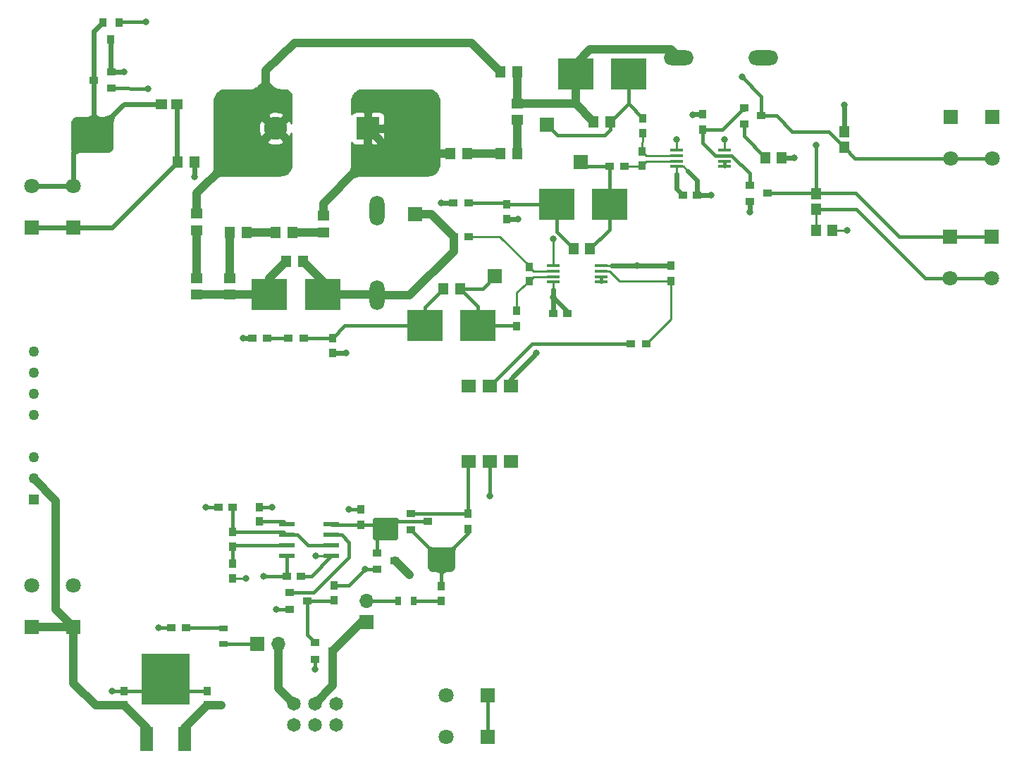
<source format=gtl>
G04 #@! TF.GenerationSoftware,KiCad,Pcbnew,(5.1.10)-1*
G04 #@! TF.CreationDate,2022-04-05T17:30:23-07:00*
G04 #@! TF.ProjectId,RacingTeam,52616369-6e67-4546-9561-6d2e6b696361,rev?*
G04 #@! TF.SameCoordinates,Original*
G04 #@! TF.FileFunction,Copper,L1,Top*
G04 #@! TF.FilePolarity,Positive*
%FSLAX46Y46*%
G04 Gerber Fmt 4.6, Leading zero omitted, Abs format (unit mm)*
G04 Created by KiCad (PCBNEW (5.1.10)-1) date 2022-04-05 17:30:23*
%MOMM*%
%LPD*%
G01*
G04 APERTURE LIST*
G04 #@! TA.AperFunction,SMDPad,CuDef*
%ADD10R,0.950000X1.075000*%
G04 #@! TD*
G04 #@! TA.AperFunction,SMDPad,CuDef*
%ADD11R,1.000000X0.850000*%
G04 #@! TD*
G04 #@! TA.AperFunction,SMDPad,CuDef*
%ADD12R,5.800000X6.200000*%
G04 #@! TD*
G04 #@! TA.AperFunction,SMDPad,CuDef*
%ADD13R,1.600000X3.000000*%
G04 #@! TD*
G04 #@! TA.AperFunction,SMDPad,CuDef*
%ADD14R,0.950000X0.975000*%
G04 #@! TD*
G04 #@! TA.AperFunction,SMDPad,CuDef*
%ADD15R,0.800000X1.100000*%
G04 #@! TD*
G04 #@! TA.AperFunction,ComponentPad*
%ADD16O,1.700000X1.700000*%
G04 #@! TD*
G04 #@! TA.AperFunction,ComponentPad*
%ADD17R,1.700000X1.700000*%
G04 #@! TD*
G04 #@! TA.AperFunction,SMDPad,CuDef*
%ADD18R,1.100000X0.800000*%
G04 #@! TD*
G04 #@! TA.AperFunction,SMDPad,CuDef*
%ADD19R,0.975000X0.950000*%
G04 #@! TD*
G04 #@! TA.AperFunction,SMDPad,CuDef*
%ADD20R,1.780000X1.520000*%
G04 #@! TD*
G04 #@! TA.AperFunction,SMDPad,CuDef*
%ADD21R,1.570000X0.410000*%
G04 #@! TD*
G04 #@! TA.AperFunction,SMDPad,CuDef*
%ADD22R,1.200000X1.400000*%
G04 #@! TD*
G04 #@! TA.AperFunction,SMDPad,CuDef*
%ADD23R,1.075000X0.950000*%
G04 #@! TD*
G04 #@! TA.AperFunction,SMDPad,CuDef*
%ADD24R,1.970000X0.600000*%
G04 #@! TD*
G04 #@! TA.AperFunction,SMDPad,CuDef*
%ADD25R,4.240000X3.810000*%
G04 #@! TD*
G04 #@! TA.AperFunction,ComponentPad*
%ADD26R,1.800000X1.800000*%
G04 #@! TD*
G04 #@! TA.AperFunction,ComponentPad*
%ADD27C,1.800000*%
G04 #@! TD*
G04 #@! TA.AperFunction,SMDPad,CuDef*
%ADD28R,1.300000X1.325000*%
G04 #@! TD*
G04 #@! TA.AperFunction,ComponentPad*
%ADD29O,3.581400X1.790700*%
G04 #@! TD*
G04 #@! TA.AperFunction,SMDPad,CuDef*
%ADD30R,1.400000X1.200000*%
G04 #@! TD*
G04 #@! TA.AperFunction,ComponentPad*
%ADD31O,1.790700X3.581400*%
G04 #@! TD*
G04 #@! TA.AperFunction,ComponentPad*
%ADD32C,2.781300*%
G04 #@! TD*
G04 #@! TA.AperFunction,ComponentPad*
%ADD33R,2.781300X2.781300*%
G04 #@! TD*
G04 #@! TA.AperFunction,SMDPad,CuDef*
%ADD34R,1.325000X1.300000*%
G04 #@! TD*
G04 #@! TA.AperFunction,SMDPad,CuDef*
%ADD35R,0.850000X1.000000*%
G04 #@! TD*
G04 #@! TA.AperFunction,ComponentPad*
%ADD36C,1.650000*%
G04 #@! TD*
G04 #@! TA.AperFunction,ComponentPad*
%ADD37C,1.258000*%
G04 #@! TD*
G04 #@! TA.AperFunction,ComponentPad*
%ADD38R,1.258000X1.258000*%
G04 #@! TD*
G04 #@! TA.AperFunction,ViaPad*
%ADD39C,0.800000*%
G04 #@! TD*
G04 #@! TA.AperFunction,Conductor*
%ADD40C,0.250000*%
G04 #@! TD*
G04 #@! TA.AperFunction,Conductor*
%ADD41C,0.400000*%
G04 #@! TD*
G04 #@! TA.AperFunction,Conductor*
%ADD42C,0.600000*%
G04 #@! TD*
G04 #@! TA.AperFunction,Conductor*
%ADD43C,1.000000*%
G04 #@! TD*
G04 #@! TA.AperFunction,Conductor*
%ADD44C,0.254000*%
G04 #@! TD*
G04 #@! TA.AperFunction,Conductor*
%ADD45C,0.100000*%
G04 #@! TD*
G04 #@! TA.AperFunction,Conductor*
%ADD46C,0.500000*%
G04 #@! TD*
G04 APERTURE END LIST*
D10*
G04 #@! TO.P,C10,1*
G04 #@! TO.N,GLV+*
X134250000Y-115862500D03*
G04 #@! TO.P,C10,2*
G04 #@! TO.N,GLV-*
X134250000Y-114137500D03*
G04 #@! TD*
D11*
G04 #@! TO.P,Q4,2*
G04 #@! TO.N,+12V*
X122750000Y-39720000D03*
G04 #@! TO.P,Q4,1*
G04 #@! TO.N,/AIRON*
X122750000Y-41680000D03*
G04 #@! TO.P,Q4,3*
G04 #@! TO.N,/DischargeIn*
X120650000Y-40700000D03*
G04 #@! TD*
D12*
G04 #@! TO.P,U4,4*
G04 #@! TO.N,GLV-*
X129300000Y-112700000D03*
D13*
G04 #@! TO.P,U4,3*
G04 #@! TO.N,GLV+*
X131590000Y-119910000D03*
G04 #@! TO.P,U4,1*
G04 #@! TO.N,+BATT*
X127010000Y-119910000D03*
G04 #@! TD*
D14*
G04 #@! TO.P,R32,1*
G04 #@! TO.N,/OBLEDResistorRed*
X162400000Y-103300000D03*
G04 #@! TO.P,R32,2*
G04 #@! TO.N,GLV-*
X162400000Y-101475000D03*
G04 #@! TD*
D15*
G04 #@! TO.P,D8,1*
G04 #@! TO.N,/OBLEDResistorRed*
X159100000Y-103300000D03*
G04 #@! TO.P,D8,2*
G04 #@! TO.N,/OBLEDRed*
X157200000Y-103300000D03*
G04 #@! TD*
D16*
G04 #@! TO.P,JP2,2*
G04 #@! TO.N,/OBLEDRed*
X153400000Y-103300000D03*
D17*
G04 #@! TO.P,JP2,1*
G04 #@! TO.N,/RED+*
X153400000Y-105840000D03*
G04 #@! TD*
D14*
G04 #@! TO.P,R26,1*
G04 #@! TO.N,/InvertBus*
X165600000Y-92800000D03*
G04 #@! TO.P,R26,2*
G04 #@! TO.N,GLV-*
X165600000Y-94625000D03*
G04 #@! TD*
D11*
G04 #@! TO.P,Q5,3*
G04 #@! TO.N,/555Reset*
X160800000Y-93750000D03*
G04 #@! TO.P,Q5,1*
G04 #@! TO.N,/InvertBus*
X158700000Y-92770000D03*
G04 #@! TO.P,Q5,2*
G04 #@! TO.N,GLV-*
X158700000Y-94730000D03*
G04 #@! TD*
D14*
G04 #@! TO.P,R27,2*
G04 #@! TO.N,/555Reset*
X152700000Y-94112500D03*
G04 #@! TO.P,R27,1*
G04 #@! TO.N,GLV+*
X152700000Y-92287500D03*
G04 #@! TD*
D11*
G04 #@! TO.P,Q8,2*
G04 #@! TO.N,GLV+*
X147250000Y-110280000D03*
G04 #@! TO.P,Q8,1*
G04 #@! TO.N,/555DriveRED*
X147250000Y-108320000D03*
G04 #@! TO.P,Q8,3*
G04 #@! TO.N,/RED+*
X149350000Y-109300000D03*
G04 #@! TD*
G04 #@! TO.P,Q7,2*
G04 #@! TO.N,GLV-*
X144150000Y-104280000D03*
G04 #@! TO.P,Q7,1*
G04 #@! TO.N,/555Output*
X144150000Y-102320000D03*
G04 #@! TO.P,Q7,3*
G04 #@! TO.N,/555DriveRED*
X146250000Y-103300000D03*
G04 #@! TD*
D14*
G04 #@! TO.P,R31,2*
G04 #@! TO.N,/555DriveRED*
X149500000Y-103250000D03*
G04 #@! TO.P,R31,1*
G04 #@! TO.N,GLV+*
X149500000Y-101425000D03*
G04 #@! TD*
D10*
G04 #@! TO.P,C9,2*
G04 #@! TO.N,GLV-*
X124300000Y-114137500D03*
G04 #@! TO.P,C9,1*
G04 #@! TO.N,+BATT*
X124300000Y-115862500D03*
G04 #@! TD*
D17*
G04 #@! TO.P,JP1,1*
G04 #@! TO.N,/OBLEDGreen*
X140250000Y-108500000D03*
D16*
G04 #@! TO.P,JP1,2*
G04 #@! TO.N,/Green+*
X142790000Y-108500000D03*
G04 #@! TD*
D18*
G04 #@! TO.P,D6,2*
G04 #@! TO.N,/OBLEDGreen*
X136250000Y-108500000D03*
G04 #@! TO.P,D6,1*
G04 #@! TO.N,/OBLEDResistorGreen*
X136250000Y-106600000D03*
G04 #@! TD*
D19*
G04 #@! TO.P,R28,1*
G04 #@! TO.N,/OBLEDResistorGreen*
X131750000Y-106500000D03*
G04 #@! TO.P,R28,2*
G04 #@! TO.N,GLV-*
X129925000Y-106500000D03*
G04 #@! TD*
D11*
G04 #@! TO.P,Q6,3*
G04 #@! TO.N,/Green+*
X156800000Y-98500000D03*
G04 #@! TO.P,Q6,1*
G04 #@! TO.N,/555Reset*
X154700000Y-97520000D03*
G04 #@! TO.P,Q6,2*
G04 #@! TO.N,GLV+*
X154700000Y-99480000D03*
G04 #@! TD*
D20*
G04 #@! TO.P,U3,3*
G04 #@! TO.N,N/C*
X165660000Y-77495000D03*
G04 #@! TO.P,U3,1*
G04 #@! TO.N,+12V*
X170740000Y-77495000D03*
G04 #@! TO.P,U3,2*
G04 #@! TO.N,Net-(R24-Pad2)*
X168200000Y-77495000D03*
G04 #@! TO.P,U3,4*
G04 #@! TO.N,/InvertBus*
X165660000Y-86505000D03*
G04 #@! TO.P,U3,6*
G04 #@! TO.N,Net-(U3-Pad6)*
X170740000Y-86505000D03*
G04 #@! TO.P,U3,5*
G04 #@! TO.N,GLV+*
X168200000Y-86505000D03*
G04 #@! TD*
D10*
G04 #@! TO.P,C3,1*
G04 #@! TO.N,/TSAL_LM311V+*
X172950000Y-63125000D03*
G04 #@! TO.P,C3,2*
G04 #@! TO.N,/TSAL_LM311V-*
X172950000Y-64850000D03*
G04 #@! TD*
D21*
G04 #@! TO.P,U2,1*
G04 #@! TO.N,GND*
X175830000Y-63025000D03*
G04 #@! TO.P,U2,2*
G04 #@! TO.N,/TSAL_LM311V+*
X175830000Y-63675000D03*
G04 #@! TO.P,U2,3*
G04 #@! TO.N,/TSAL_LM311V-*
X175830000Y-64325000D03*
G04 #@! TO.P,U2,4*
G04 #@! TO.N,GND*
X175830000Y-64975000D03*
G04 #@! TO.P,U2,5*
G04 #@! TO.N,Net-(U2-Pad5)*
X181570000Y-64975000D03*
G04 #@! TO.P,U2,6*
X181570000Y-64325000D03*
G04 #@! TO.P,U2,7*
G04 #@! TO.N,/TSALCompOut*
X181570000Y-63675000D03*
G04 #@! TO.P,U2,8*
G04 #@! TO.N,+12V*
X181570000Y-63025000D03*
G04 #@! TD*
D22*
G04 #@! TO.P,R36,2*
G04 #@! TO.N,/PrechargeTP-*
X180250000Y-61000000D03*
G04 #@! TO.P,R36,1*
G04 #@! TO.N,/PrechargeRef2*
X178250000Y-61000000D03*
G04 #@! TD*
D14*
G04 #@! TO.P,R5,2*
G04 #@! TO.N,GND*
X170250000Y-57412500D03*
G04 #@! TO.P,R5,1*
G04 #@! TO.N,/PrechargeRef2*
X170250000Y-55587500D03*
G04 #@! TD*
D23*
G04 #@! TO.P,C8,1*
G04 #@! TO.N,/555Trigger*
X137300000Y-92000000D03*
G04 #@! TO.P,C8,2*
G04 #@! TO.N,GLV-*
X135575000Y-92000000D03*
G04 #@! TD*
D24*
G04 #@! TO.P,U6,8*
G04 #@! TO.N,GLV+*
X143800000Y-97905000D03*
G04 #@! TO.P,U6,7*
G04 #@! TO.N,/555Discharge*
X143800000Y-96635000D03*
G04 #@! TO.P,U6,6*
G04 #@! TO.N,/555Trigger*
X143800000Y-95365000D03*
G04 #@! TO.P,U6,5*
G04 #@! TO.N,Net-(C6-Pad1)*
X143800000Y-94095000D03*
G04 #@! TO.P,U6,4*
G04 #@! TO.N,/555Reset*
X149200000Y-94095000D03*
G04 #@! TO.P,U6,3*
G04 #@! TO.N,/555Output*
X149200000Y-95365000D03*
G04 #@! TO.P,U6,2*
G04 #@! TO.N,/555Trigger*
X149200000Y-96635000D03*
G04 #@! TO.P,U6,1*
G04 #@! TO.N,GLV-*
X149200000Y-97905000D03*
G04 #@! TD*
D23*
G04 #@! TO.P,C5,1*
G04 #@! TO.N,GLV+*
X143837500Y-100300000D03*
G04 #@! TO.P,C5,2*
G04 #@! TO.N,GLV-*
X145562500Y-100300000D03*
G04 #@! TD*
D10*
G04 #@! TO.P,C6,2*
G04 #@! TO.N,GLV-*
X140500000Y-92000000D03*
G04 #@! TO.P,C6,1*
G04 #@! TO.N,Net-(C6-Pad1)*
X140500000Y-93725000D03*
G04 #@! TD*
D14*
G04 #@! TO.P,R30,1*
G04 #@! TO.N,/555Discharge*
X137300000Y-96800000D03*
G04 #@! TO.P,R30,2*
G04 #@! TO.N,/555Trigger*
X137300000Y-94975000D03*
G04 #@! TD*
G04 #@! TO.P,R29,1*
G04 #@! TO.N,GLV+*
X137300000Y-100600000D03*
G04 #@! TO.P,R29,2*
G04 #@! TO.N,/555Discharge*
X137300000Y-98775000D03*
G04 #@! TD*
D19*
G04 #@! TO.P,R4,2*
G04 #@! TO.N,/PrechargeRef2*
X165662500Y-55500000D03*
G04 #@! TO.P,R4,1*
G04 #@! TO.N,+12V*
X163837500Y-55500000D03*
G04 #@! TD*
G04 #@! TO.P,R18,1*
G04 #@! TO.N,/TSAL_LM311V+*
X165700000Y-59500000D03*
G04 #@! TO.P,R18,2*
G04 #@! TO.N,/BusRefTSAL*
X163875000Y-59500000D03*
G04 #@! TD*
D22*
G04 #@! TO.P,R34,1*
G04 #@! TO.N,/TSALRef*
X164650000Y-65750000D03*
G04 #@! TO.P,R34,2*
G04 #@! TO.N,/TSALREFOut*
X162650000Y-65750000D03*
G04 #@! TD*
D17*
G04 #@! TO.P,J4,1*
G04 #@! TO.N,/TSALRef*
X168800000Y-64300000D03*
G04 #@! TD*
D25*
G04 #@! TO.P,F2,2*
G04 #@! TO.N,/TSALREFOut*
X160420000Y-70200000D03*
G04 #@! TO.P,F2,1*
G04 #@! TO.N,/TSALRef*
X166800000Y-70200000D03*
G04 #@! TD*
D14*
G04 #@! TO.P,R19,1*
G04 #@! TO.N,/TSAL_LM311V-*
X171450000Y-68425000D03*
G04 #@! TO.P,R19,2*
G04 #@! TO.N,/TSALRef*
X171450000Y-70250000D03*
G04 #@! TD*
D23*
G04 #@! TO.P,C4,2*
G04 #@! TO.N,GND*
X177562500Y-68750000D03*
G04 #@! TO.P,C4,1*
X175837500Y-68750000D03*
G04 #@! TD*
D19*
G04 #@! TO.P,R24,2*
G04 #@! TO.N,Net-(R24-Pad2)*
X185187500Y-72400000D03*
G04 #@! TO.P,R24,1*
G04 #@! TO.N,/TSALCompOut*
X187012500Y-72400000D03*
G04 #@! TD*
D14*
G04 #@! TO.P,R22,1*
G04 #@! TO.N,/TSALCompOut*
X190000000Y-64850000D03*
G04 #@! TO.P,R22,2*
G04 #@! TO.N,+12V*
X190000000Y-63025000D03*
G04 #@! TD*
D26*
G04 #@! TO.P,J6,1*
G04 #@! TO.N,/PreChargeON*
X228500000Y-59500000D03*
D27*
G04 #@! TO.P,J6,2*
G04 #@! TO.N,/PrechargeRelayOut*
X228500000Y-64500000D03*
D26*
G04 #@! TO.P,J6,1*
G04 #@! TO.N,/PreChargeON*
X223500000Y-59500000D03*
D27*
G04 #@! TO.P,J6,2*
G04 #@! TO.N,/PrechargeRelayOut*
X223500000Y-64500000D03*
G04 #@! TD*
G04 #@! TO.P,J7,2*
G04 #@! TO.N,/AIRON*
X223600000Y-50100000D03*
D26*
G04 #@! TO.P,J7,1*
G04 #@! TO.N,+12V*
X223600000Y-45100000D03*
D27*
G04 #@! TO.P,J7,2*
G04 #@! TO.N,/AIRON*
X228600000Y-50100000D03*
D26*
G04 #@! TO.P,J7,1*
G04 #@! TO.N,+12V*
X228600000Y-45100000D03*
G04 #@! TD*
D11*
G04 #@! TO.P,Q1,3*
G04 #@! TO.N,/PreChargeON*
X201550000Y-54300000D03*
G04 #@! TO.P,Q1,1*
G04 #@! TO.N,/PrechargeCompOUT*
X199450000Y-53320000D03*
G04 #@! TO.P,Q1,2*
G04 #@! TO.N,+12V*
X199450000Y-55280000D03*
G04 #@! TD*
D22*
G04 #@! TO.P,R21,1*
G04 #@! TO.N,GND*
X209400000Y-58800000D03*
G04 #@! TO.P,R21,2*
G04 #@! TO.N,/PrechargeRelayOut*
X207400000Y-58800000D03*
G04 #@! TD*
D28*
G04 #@! TO.P,D3,2*
G04 #@! TO.N,/PrechargeRelayOut*
X207400000Y-56250000D03*
G04 #@! TO.P,D3,1*
G04 #@! TO.N,/PreChargeON*
X207400000Y-54325000D03*
G04 #@! TD*
D22*
G04 #@! TO.P,R23,2*
G04 #@! TO.N,Net-(Q2-Pad2)*
X201300000Y-50000000D03*
G04 #@! TO.P,R23,1*
G04 #@! TO.N,GND*
X203300000Y-50000000D03*
G04 #@! TD*
D28*
G04 #@! TO.P,D4,1*
G04 #@! TO.N,+12V*
X210800000Y-46875000D03*
G04 #@! TO.P,D4,2*
G04 #@! TO.N,/AIRON*
X210800000Y-48800000D03*
G04 #@! TD*
D11*
G04 #@! TO.P,Q2,3*
G04 #@! TO.N,/AIRON*
X200850000Y-45000000D03*
G04 #@! TO.P,Q2,1*
G04 #@! TO.N,/PrechargeCompOUT*
X198750000Y-44020000D03*
G04 #@! TO.P,Q2,2*
G04 #@! TO.N,Net-(Q2-Pad2)*
X198750000Y-45980000D03*
G04 #@! TD*
D25*
G04 #@! TO.P,F5,1*
G04 #@! TO.N,/PrechargeRef2*
X176220000Y-55600000D03*
G04 #@! TO.P,F5,2*
G04 #@! TO.N,/PrechargeTP-*
X182600000Y-55600000D03*
G04 #@! TD*
D23*
G04 #@! TO.P,C2,1*
G04 #@! TO.N,GND*
X191387500Y-54500000D03*
G04 #@! TO.P,C2,2*
X193112500Y-54500000D03*
G04 #@! TD*
D14*
G04 #@! TO.P,R20,2*
G04 #@! TO.N,+12V*
X193800000Y-44825000D03*
G04 #@! TO.P,R20,1*
G04 #@! TO.N,/PrechargeCompOUT*
X193800000Y-46650000D03*
G04 #@! TD*
D21*
G04 #@! TO.P,U1,8*
G04 #@! TO.N,+12V*
X196370000Y-49125000D03*
G04 #@! TO.P,U1,7*
G04 #@! TO.N,/PrechargeCompOUT*
X196370000Y-49775000D03*
G04 #@! TO.P,U1,6*
G04 #@! TO.N,Net-(U1-Pad5)*
X196370000Y-50425000D03*
G04 #@! TO.P,U1,5*
X196370000Y-51075000D03*
G04 #@! TO.P,U1,4*
G04 #@! TO.N,GND*
X190630000Y-51075000D03*
G04 #@! TO.P,U1,3*
G04 #@! TO.N,/PrechargeV-*
X190630000Y-50425000D03*
G04 #@! TO.P,U1,2*
G04 #@! TO.N,/PreChargeV+*
X190630000Y-49775000D03*
G04 #@! TO.P,U1,1*
G04 #@! TO.N,GND*
X190630000Y-49125000D03*
G04 #@! TD*
D14*
G04 #@! TO.P,R16,2*
G04 #@! TO.N,/PrechargeTP+*
X186550000Y-45287500D03*
G04 #@! TO.P,R16,1*
G04 #@! TO.N,/PreChargeV+*
X186550000Y-47112500D03*
G04 #@! TD*
D10*
G04 #@! TO.P,C1,2*
G04 #@! TO.N,/PrechargeV-*
X186500000Y-51000000D03*
G04 #@! TO.P,C1,1*
G04 #@! TO.N,/PreChargeV+*
X186500000Y-49275000D03*
G04 #@! TD*
D19*
G04 #@! TO.P,R17,2*
G04 #@! TO.N,/PrechargeTP-*
X182575000Y-51050000D03*
G04 #@! TO.P,R17,1*
G04 #@! TO.N,/PrechargeV-*
X184400000Y-51050000D03*
G04 #@! TD*
D17*
G04 #@! TO.P,J2,1*
G04 #@! TO.N,/PrechargeTP-*
X179120000Y-50580000D03*
G04 #@! TD*
G04 #@! TO.P,J3,1*
G04 #@! TO.N,/PrechargeTP+*
X175100000Y-46100000D03*
G04 #@! TD*
D29*
G04 #@! TO.P,D1,2*
G04 #@! TO.N,GND*
X201080000Y-38000000D03*
G04 #@! TO.P,D1,1*
G04 #@! TO.N,/PrechargeBus*
X190920000Y-38000000D03*
G04 #@! TD*
D25*
G04 #@! TO.P,F6,2*
G04 #@! TO.N,/PrechargeTP+*
X184880000Y-40000000D03*
G04 #@! TO.P,F6,1*
G04 #@! TO.N,/PrechargeBus*
X178500000Y-40000000D03*
G04 #@! TD*
D22*
G04 #@! TO.P,R11,2*
G04 #@! TO.N,/BusReturn*
X169500000Y-39750000D03*
G04 #@! TO.P,R11,1*
G04 #@! TO.N,/PrechargeBus*
X171500000Y-39750000D03*
G04 #@! TD*
G04 #@! TO.P,R35,1*
G04 #@! TO.N,/PrechargeTP+*
X182700000Y-45700000D03*
G04 #@! TO.P,R35,2*
G04 #@! TO.N,/PrechargeBus*
X180700000Y-45700000D03*
G04 #@! TD*
D30*
G04 #@! TO.P,R10,1*
G04 #@! TO.N,Net-(R10-Pad1)*
X171500000Y-45500000D03*
G04 #@! TO.P,R10,2*
G04 #@! TO.N,/PrechargeBus*
X171500000Y-43500000D03*
G04 #@! TD*
D22*
G04 #@! TO.P,R9,2*
G04 #@! TO.N,Net-(R10-Pad1)*
X171500000Y-49500000D03*
G04 #@! TO.P,R9,1*
G04 #@! TO.N,Net-(R8-Pad2)*
X169500000Y-49500000D03*
G04 #@! TD*
G04 #@! TO.P,R8,2*
G04 #@! TO.N,Net-(R8-Pad2)*
X165500000Y-49500000D03*
G04 #@! TO.P,R8,1*
G04 #@! TO.N,/BusLine*
X163500000Y-49500000D03*
G04 #@! TD*
D31*
G04 #@! TO.P,D2,1*
G04 #@! TO.N,/BusRefTSAL*
X154700000Y-66560000D03*
G04 #@! TO.P,D2,2*
G04 #@! TO.N,GND*
X154700000Y-56400000D03*
G04 #@! TD*
D17*
G04 #@! TO.P,J5,1*
G04 #@! TO.N,/BusRefTSAL*
X159200000Y-56800000D03*
G04 #@! TD*
D30*
G04 #@! TO.P,R6,2*
G04 #@! TO.N,/BusLine*
X148250000Y-57000000D03*
G04 #@! TO.P,R6,1*
G04 #@! TO.N,Net-(R12-Pad2)*
X148250000Y-59000000D03*
G04 #@! TD*
D22*
G04 #@! TO.P,R12,1*
G04 #@! TO.N,Net-(R12-Pad1)*
X142500000Y-59000000D03*
G04 #@! TO.P,R12,2*
G04 #@! TO.N,Net-(R12-Pad2)*
X144500000Y-59000000D03*
G04 #@! TD*
G04 #@! TO.P,R33,1*
G04 #@! TO.N,/BusRefTSAL*
X145750000Y-62500000D03*
G04 #@! TO.P,R33,2*
G04 #@! TO.N,/BusOutTSAL*
X143750000Y-62500000D03*
G04 #@! TD*
D14*
G04 #@! TO.P,R3,1*
G04 #@! TO.N,GND*
X149300000Y-73500000D03*
G04 #@! TO.P,R3,2*
G04 #@! TO.N,/TSALREFOut*
X149300000Y-71675000D03*
G04 #@! TD*
D19*
G04 #@! TO.P,R2,1*
G04 #@! TO.N,/TSALREFOut*
X145825000Y-71700000D03*
G04 #@! TO.P,R2,2*
G04 #@! TO.N,Net-(R1-Pad1)*
X144000000Y-71700000D03*
G04 #@! TD*
G04 #@! TO.P,R1,2*
G04 #@! TO.N,+12V*
X139675000Y-71700000D03*
G04 #@! TO.P,R1,1*
G04 #@! TO.N,Net-(R1-Pad1)*
X141500000Y-71700000D03*
G04 #@! TD*
D25*
G04 #@! TO.P,F1,1*
G04 #@! TO.N,/BusRefTSAL*
X148130000Y-66500000D03*
G04 #@! TO.P,F1,2*
G04 #@! TO.N,/BusOutTSAL*
X141750000Y-66500000D03*
G04 #@! TD*
D30*
G04 #@! TO.P,R14,1*
G04 #@! TO.N,Net-(R13-Pad2)*
X137000000Y-64500000D03*
G04 #@! TO.P,R14,2*
G04 #@! TO.N,/BusOutTSAL*
X137000000Y-66500000D03*
G04 #@! TD*
G04 #@! TO.P,R15,1*
G04 #@! TO.N,/BusOutTSAL*
X133000000Y-66500000D03*
G04 #@! TO.P,R15,2*
G04 #@! TO.N,Net-(R15-Pad2)*
X133000000Y-64500000D03*
G04 #@! TD*
D22*
G04 #@! TO.P,R13,2*
G04 #@! TO.N,Net-(R13-Pad2)*
X137000000Y-59000000D03*
G04 #@! TO.P,R13,1*
G04 #@! TO.N,Net-(R12-Pad1)*
X139000000Y-59000000D03*
G04 #@! TD*
D30*
G04 #@! TO.P,R7,1*
G04 #@! TO.N,Net-(R15-Pad2)*
X133000000Y-58750000D03*
G04 #@! TO.P,R7,2*
G04 #@! TO.N,/BusReturn*
X133000000Y-56750000D03*
G04 #@! TD*
D32*
G04 #@! TO.P,J1,2*
G04 #@! TO.N,/BusReturn*
X142437400Y-46500000D03*
D33*
G04 #@! TO.P,J1,1*
G04 #@! TO.N,/BusLine*
X153562600Y-46500000D03*
G04 #@! TD*
D34*
G04 #@! TO.P,D5,1*
G04 #@! TO.N,/DischargeIn*
X128737500Y-43600000D03*
G04 #@! TO.P,D5,2*
G04 #@! TO.N,/DischargeOut*
X130662500Y-43600000D03*
G04 #@! TD*
D22*
G04 #@! TO.P,R25,2*
G04 #@! TO.N,/DischargeOut*
X130700000Y-50550000D03*
G04 #@! TO.P,R25,1*
G04 #@! TO.N,GND*
X132700000Y-50550000D03*
G04 #@! TD*
D35*
G04 #@! TO.P,Q3,2*
G04 #@! TO.N,/DischargeIn*
X121720000Y-33750000D03*
G04 #@! TO.P,Q3,1*
G04 #@! TO.N,/PreChargeON*
X123680000Y-33750000D03*
G04 #@! TO.P,Q3,3*
G04 #@! TO.N,+12V*
X122700000Y-35850000D03*
G04 #@! TD*
D27*
G04 #@! TO.P,J8,2*
G04 #@! TO.N,/DischargeIn*
X118200000Y-53400000D03*
D26*
G04 #@! TO.P,J8,1*
G04 #@! TO.N,/DischargeOut*
X118200000Y-58400000D03*
D27*
G04 #@! TO.P,J8,2*
G04 #@! TO.N,/DischargeIn*
X113200000Y-53400000D03*
D26*
G04 #@! TO.P,J8,1*
G04 #@! TO.N,/DischargeOut*
X113200000Y-58400000D03*
G04 #@! TD*
D27*
G04 #@! TO.P,J11,2*
G04 #@! TO.N,GLV-*
X163000000Y-114600000D03*
D26*
G04 #@! TO.P,J11,1*
G04 #@! TO.N,/Shutdown*
X168000000Y-114600000D03*
D27*
G04 #@! TO.P,J11,2*
G04 #@! TO.N,GLV-*
X163000000Y-119600000D03*
D26*
G04 #@! TO.P,J11,1*
G04 #@! TO.N,/Shutdown*
X168000000Y-119600000D03*
G04 #@! TD*
D36*
G04 #@! TO.P,J9,5*
G04 #@! TO.N,GLV-*
X149740000Y-118170000D03*
G04 #@! TO.P,J9,6*
X149740000Y-115630000D03*
G04 #@! TO.P,J9,3*
X147200000Y-118170000D03*
G04 #@! TO.P,J9,4*
G04 #@! TO.N,/RED+*
X147200000Y-115630000D03*
G04 #@! TO.P,J9,1*
G04 #@! TO.N,GLV+*
X144660000Y-118170000D03*
G04 #@! TO.P,J9,2*
G04 #@! TO.N,/Green+*
X144660000Y-115630000D03*
G04 #@! TD*
D26*
G04 #@! TO.P,J10,1*
G04 #@! TO.N,+BATT*
X113200000Y-106400000D03*
D27*
G04 #@! TO.P,J10,2*
G04 #@! TO.N,GLV-*
X113200000Y-101400000D03*
D26*
G04 #@! TO.P,J10,1*
G04 #@! TO.N,+BATT*
X118200000Y-106400000D03*
D27*
G04 #@! TO.P,J10,2*
G04 #@! TO.N,GLV-*
X118200000Y-101400000D03*
G04 #@! TD*
D37*
G04 #@! TO.P,PS1,8*
G04 #@! TO.N,Net-(PS1-Pad8)*
X113415000Y-73320000D03*
G04 #@! TO.P,PS1,7*
G04 #@! TO.N,GND*
X113415000Y-75860000D03*
G04 #@! TO.P,PS1,6*
G04 #@! TO.N,+12V*
X113415000Y-78400000D03*
G04 #@! TO.P,PS1,5*
G04 #@! TO.N,Net-(PS1-Pad5)*
X113415000Y-80940000D03*
G04 #@! TO.P,PS1,3*
G04 #@! TO.N,/Shutdown*
X113415000Y-86020000D03*
G04 #@! TO.P,PS1,2*
G04 #@! TO.N,+BATT*
X113415000Y-88560000D03*
D38*
G04 #@! TO.P,PS1,1*
G04 #@! TO.N,GLV-*
X113415000Y-91100000D03*
G04 #@! TD*
D39*
G04 #@! TO.N,+12V*
X138550000Y-71700000D03*
X162350000Y-55500000D03*
X210800000Y-43700000D03*
X196375000Y-47800000D03*
X192575000Y-44850000D03*
X185900000Y-63025000D03*
X173825000Y-73500000D03*
X199450000Y-56600000D03*
X124300000Y-39700000D03*
G04 #@! TO.N,GLV+*
X138900000Y-100600000D03*
X151300000Y-92300000D03*
X136000000Y-115900000D03*
X147250000Y-111500000D03*
X153200000Y-99500000D03*
X141000000Y-100300000D03*
X168180000Y-90680000D03*
G04 #@! TO.N,GND*
X150900000Y-73500000D03*
X171600000Y-57400000D03*
X211150000Y-58800000D03*
X204825000Y-50050000D03*
X194840000Y-54490000D03*
X190650000Y-47825000D03*
X132700000Y-52300000D03*
X175850000Y-59800000D03*
X175800000Y-66775000D03*
G04 #@! TO.N,/AIRON*
X198500000Y-40325000D03*
X127190000Y-41750000D03*
G04 #@! TO.N,/Green+*
X158600000Y-100200000D03*
G04 #@! TO.N,GLV-*
X134100000Y-92000000D03*
X162400000Y-98400000D03*
X142550000Y-104300000D03*
X122800000Y-114150000D03*
X128450000Y-106500000D03*
X147300000Y-97900000D03*
X142060000Y-92000000D03*
G04 #@! TO.N,/PreChargeON*
X207400000Y-48550000D03*
X126900000Y-33700000D03*
G04 #@! TD*
D40*
G04 #@! TO.N,Net-(C6-Pad1)*
X140870000Y-94095000D02*
X140500000Y-93725000D01*
D41*
X143430000Y-93725000D02*
X143800000Y-94095000D01*
X140500000Y-93725000D02*
X143430000Y-93725000D01*
D42*
G04 #@! TO.N,+12V*
X163837500Y-55500000D02*
X162350000Y-55500000D01*
X196370000Y-47805000D02*
X196375000Y-47800000D01*
D40*
X196370000Y-49125000D02*
X196370000Y-47805000D01*
D42*
X192600000Y-44825000D02*
X192575000Y-44850000D01*
X193800000Y-44825000D02*
X192600000Y-44825000D01*
X170740000Y-76585000D02*
X173825000Y-73500000D01*
X170740000Y-77495000D02*
X170740000Y-76585000D01*
X199450000Y-55280000D02*
X199450000Y-56600000D01*
X185900000Y-63025000D02*
X190000000Y-63025000D01*
X185900000Y-63025000D02*
X185844999Y-62969999D01*
D40*
X181570000Y-63025000D02*
X182825000Y-63025000D01*
D42*
X185900000Y-63025000D02*
X182825000Y-63025000D01*
X139675000Y-71700000D02*
X138550000Y-71700000D01*
X124280000Y-39720000D02*
X124300000Y-39700000D01*
X122750000Y-39720000D02*
X124280000Y-39720000D01*
X122700000Y-39670000D02*
X122750000Y-39720000D01*
X122700000Y-35850000D02*
X122700000Y-39670000D01*
X210800000Y-46875000D02*
X210800000Y-43700000D01*
D43*
G04 #@! TO.N,GLV+*
X131590000Y-118522500D02*
X134250000Y-115862500D01*
D40*
X131590000Y-119910000D02*
X131590000Y-118522500D01*
X151312500Y-92287500D02*
X151300000Y-92300000D01*
D41*
X152700000Y-92287500D02*
X151312500Y-92287500D01*
D40*
X135962500Y-115862500D02*
X136000000Y-115900000D01*
D43*
X134250000Y-115862500D02*
X135962500Y-115862500D01*
D41*
X147250000Y-110280000D02*
X147250000Y-111500000D01*
D40*
X153220000Y-99480000D02*
X153200000Y-99500000D01*
D41*
X154700000Y-99480000D02*
X153220000Y-99480000D01*
X151275000Y-101425000D02*
X153200000Y-99500000D01*
X149500000Y-101425000D02*
X151275000Y-101425000D01*
D40*
X138900000Y-100600000D02*
X137300000Y-100600000D01*
D41*
X168200000Y-90660000D02*
X168180000Y-90680000D01*
X168200000Y-86505000D02*
X168200000Y-90660000D01*
X143837500Y-97942500D02*
X143800000Y-97905000D01*
X143837500Y-100300000D02*
X143837500Y-97942500D01*
X141000000Y-100300000D02*
X143837500Y-100300000D01*
D43*
G04 #@! TO.N,Net-(R12-Pad2)*
X148250000Y-59000000D02*
X144500000Y-59000000D01*
G04 #@! TO.N,Net-(R15-Pad2)*
X133000000Y-64500000D02*
X133000000Y-58750000D01*
G04 #@! TO.N,Net-(R8-Pad2)*
X165500000Y-49500000D02*
X169500000Y-49500000D01*
G04 #@! TO.N,Net-(R10-Pad1)*
X171500000Y-49500000D02*
X171500000Y-45500000D01*
G04 #@! TO.N,Net-(R12-Pad1)*
X142500000Y-59000000D02*
X139000000Y-59000000D01*
G04 #@! TO.N,Net-(R13-Pad2)*
X137000000Y-59000000D02*
X137000000Y-64500000D01*
D41*
G04 #@! TO.N,Net-(R24-Pad2)*
X173295000Y-72400000D02*
X168200000Y-77495000D01*
X185187500Y-72400000D02*
X173295000Y-72400000D01*
D40*
G04 #@! TO.N,/PrechargeV-*
X186450000Y-50850000D02*
X186500000Y-50900000D01*
X187050000Y-50425000D02*
X190630000Y-50425000D01*
X187050000Y-50450000D02*
X186500000Y-51000000D01*
X187050000Y-50425000D02*
X187050000Y-50450000D01*
X186450000Y-51050000D02*
X186500000Y-51000000D01*
X184400000Y-51050000D02*
X186450000Y-51050000D01*
G04 #@! TO.N,/PreChargeV+*
X187000000Y-49775000D02*
X186500000Y-49275000D01*
X190630000Y-49775000D02*
X187000000Y-49775000D01*
X186550000Y-47112500D02*
X186500000Y-49175000D01*
D41*
G04 #@! TO.N,/PrechargeTP-*
X182600000Y-58650000D02*
X180250000Y-61000000D01*
X182600000Y-55600000D02*
X182600000Y-58650000D01*
X182600000Y-50875000D02*
X182575000Y-50850000D01*
X179550000Y-50850000D02*
X179000000Y-50300000D01*
X182600000Y-51075000D02*
X182575000Y-51050000D01*
X182600000Y-55600000D02*
X182600000Y-51075000D01*
X179750000Y-51050000D02*
X179000000Y-50300000D01*
X182575000Y-51050000D02*
X179750000Y-51050000D01*
D42*
G04 #@! TO.N,GND*
X149300000Y-73500000D02*
X150900000Y-73500000D01*
X171587500Y-57412500D02*
X171600000Y-57400000D01*
X170250000Y-57412500D02*
X171587500Y-57412500D01*
X204775000Y-50000000D02*
X204825000Y-50050000D01*
X203300000Y-50000000D02*
X204775000Y-50000000D01*
X193112500Y-52737500D02*
X193125000Y-52725000D01*
X193112500Y-54500000D02*
X193112500Y-52737500D01*
D40*
X190630000Y-51075000D02*
X191475000Y-51075000D01*
D42*
X190630000Y-47845000D02*
X190650000Y-47825000D01*
D40*
X190630000Y-49125000D02*
X190630000Y-47845000D01*
X175850000Y-63005000D02*
X175830000Y-63025000D01*
X175850000Y-59800000D02*
X175850000Y-63005000D01*
D42*
X175837500Y-66812500D02*
X175800000Y-66775000D01*
X175837500Y-68750000D02*
X175837500Y-66812500D01*
D40*
X175800000Y-65005000D02*
X175830000Y-64975000D01*
X175800000Y-66050000D02*
X175800000Y-65005000D01*
D42*
X175800000Y-66775000D02*
X175800000Y-65850000D01*
X177562500Y-68537500D02*
X175800000Y-66775000D01*
D40*
X177562500Y-68750000D02*
X177562500Y-68537500D01*
X209400000Y-58800000D02*
X211150000Y-58800000D01*
D42*
X132700000Y-50550000D02*
X132700000Y-52300000D01*
X190630000Y-53742500D02*
X191387500Y-54500000D01*
D40*
X190630000Y-51075000D02*
X190630000Y-51980000D01*
D42*
X190630000Y-53742500D02*
X190630000Y-51980000D01*
X194830000Y-54500000D02*
X194840000Y-54490000D01*
X193112500Y-54500000D02*
X194830000Y-54500000D01*
X193112500Y-52712500D02*
X192020000Y-51620000D01*
X193112500Y-52737500D02*
X193112500Y-52712500D01*
D40*
X192020000Y-51620000D02*
X193125000Y-52725000D01*
X191475000Y-51075000D02*
X192020000Y-51620000D01*
D41*
G04 #@! TO.N,/PrechargeRelayOut*
X209937500Y-56200000D02*
X209950000Y-56212500D01*
X207400000Y-56200000D02*
X209937500Y-56200000D01*
X228500000Y-64500000D02*
X223500000Y-64500000D01*
X223500000Y-64500000D02*
X220500000Y-64500000D01*
X212212500Y-56212500D02*
X209950000Y-56212500D01*
X220500000Y-64500000D02*
X212212500Y-56212500D01*
D40*
X207400000Y-56250000D02*
X207400000Y-58800000D01*
D42*
G04 #@! TO.N,/DischargeOut*
X113200000Y-58400000D02*
X118200000Y-58400000D01*
X130562500Y-50475000D02*
X130487500Y-50550000D01*
X118200000Y-58400000D02*
X118587500Y-58400000D01*
D40*
X130662500Y-50375000D02*
X130487500Y-50550000D01*
D42*
X130662500Y-43600000D02*
X130662500Y-50375000D01*
X122850000Y-58400000D02*
X130700000Y-50550000D01*
X118200000Y-58400000D02*
X122850000Y-58400000D01*
G04 #@! TO.N,/DischargeIn*
X113200000Y-53400000D02*
X118200000Y-53400000D01*
D40*
X128707500Y-43630000D02*
X128737500Y-43600000D01*
D42*
X125100000Y-43630000D02*
X128707500Y-43630000D01*
X118200000Y-53400000D02*
X118200000Y-49400000D01*
X118200000Y-49400000D02*
X118600000Y-49000000D01*
X125100000Y-43630000D02*
X124250000Y-43630000D01*
X124250000Y-43630000D02*
X122230000Y-45520000D01*
X120650000Y-34820000D02*
X121720000Y-33750000D01*
X120650000Y-40700000D02*
X120650000Y-34820000D01*
X120650000Y-40700000D02*
X120650000Y-45550000D01*
D40*
G04 #@! TO.N,/OBLEDResistorGreen*
X136150000Y-106500000D02*
X136250000Y-106600000D01*
D41*
X131750000Y-106500000D02*
X136150000Y-106500000D01*
G04 #@! TO.N,/OBLEDGreen*
X136250000Y-108500000D02*
X140250000Y-108500000D01*
G04 #@! TO.N,/OBLEDRed*
X157200000Y-103300000D02*
X153400000Y-103300000D01*
D40*
G04 #@! TO.N,/OBLEDResistorRed*
X162400000Y-103300000D02*
X162400000Y-103600000D01*
D41*
X162400000Y-103300000D02*
X159100000Y-103300000D01*
G04 #@! TO.N,/TSALRef*
X166800000Y-67900000D02*
X164650000Y-65750000D01*
X166800000Y-70200000D02*
X166800000Y-67900000D01*
X167350000Y-65750000D02*
X168800000Y-64300000D01*
X164650000Y-65750000D02*
X167350000Y-65750000D01*
X171400000Y-70200000D02*
X171450000Y-70250000D01*
X166800000Y-70200000D02*
X171400000Y-70200000D01*
G04 #@! TO.N,/555Reset*
X154700000Y-97520000D02*
X154700000Y-95700000D01*
X152700000Y-94112500D02*
X154587500Y-94112500D01*
X160800000Y-93750000D02*
X156950000Y-93750000D01*
D40*
X149217500Y-94112500D02*
X149200000Y-94095000D01*
D41*
X152700000Y-94112500D02*
X149217500Y-94112500D01*
G04 #@! TO.N,/PrechargeRef2*
X170162500Y-55500000D02*
X170250000Y-55587500D01*
X165662500Y-55500000D02*
X170162500Y-55500000D01*
X176207500Y-55587500D02*
X176220000Y-55600000D01*
X170250000Y-55587500D02*
X176207500Y-55587500D01*
X176220000Y-58970000D02*
X178250000Y-61000000D01*
X176220000Y-55600000D02*
X176220000Y-58970000D01*
D40*
G04 #@! TO.N,/TSAL_LM311V+*
X169425000Y-59500000D02*
X172950000Y-63025000D01*
X165700000Y-59500000D02*
X169425000Y-59500000D01*
X173500000Y-63675000D02*
X172950000Y-63125000D01*
X175830000Y-63675000D02*
X173500000Y-63675000D01*
G04 #@! TO.N,/TSAL_LM311V-*
X171450000Y-66250000D02*
X172950000Y-64850000D01*
X171450000Y-68425000D02*
X171450000Y-66250000D01*
X173475000Y-64325000D02*
X172950000Y-64850000D01*
X175830000Y-64325000D02*
X173475000Y-64325000D01*
D43*
G04 #@! TO.N,+BATT*
X127010000Y-118572500D02*
X124300000Y-115862500D01*
X113200000Y-106400000D02*
X118200000Y-106400000D01*
X118200000Y-106400000D02*
X118200000Y-113200000D01*
X120862500Y-115862500D02*
X124300000Y-115862500D01*
X118200000Y-113200000D02*
X120862500Y-115862500D01*
X116090000Y-91235000D02*
X113415000Y-88560000D01*
X116090000Y-104310000D02*
X116090000Y-91235000D01*
X118180000Y-106400000D02*
X116090000Y-104310000D01*
D42*
X118200000Y-106400000D02*
X118180000Y-106400000D01*
D43*
X127010000Y-119910000D02*
X127010000Y-118572500D01*
G04 #@! TO.N,/PrechargeBus*
X178500000Y-43500000D02*
X180700000Y-45700000D01*
X178500000Y-40000000D02*
X178500000Y-43500000D01*
X171500000Y-43500000D02*
X171500000Y-39750000D01*
X171500000Y-43500000D02*
X178500000Y-43500000D01*
X178500000Y-40000000D02*
X178500000Y-38750000D01*
X178500000Y-38750000D02*
X180225000Y-37025000D01*
X189945000Y-37025000D02*
X190920000Y-38000000D01*
X180225000Y-37025000D02*
X189945000Y-37025000D01*
G04 #@! TO.N,/BusRefTSAL*
X148130000Y-64880000D02*
X145750000Y-62500000D01*
X148130000Y-66500000D02*
X148130000Y-64880000D01*
X154640000Y-66500000D02*
X154700000Y-66560000D01*
X148130000Y-66500000D02*
X154640000Y-66500000D01*
X154700000Y-66560000D02*
X156815000Y-66560000D01*
X156815000Y-66560000D02*
X158590000Y-66560000D01*
X163875000Y-61275000D02*
X163875000Y-59500000D01*
X158590000Y-66560000D02*
X163875000Y-61275000D01*
X161175000Y-56800000D02*
X163875000Y-59500000D01*
X159200000Y-56800000D02*
X161175000Y-56800000D01*
D41*
G04 #@! TO.N,/AIRON*
X202650000Y-45000000D02*
X200850000Y-45000000D01*
X204550000Y-46900000D02*
X202650000Y-45000000D01*
X200850000Y-42675000D02*
X198500000Y-40325000D01*
X200850000Y-45000000D02*
X200850000Y-42675000D01*
X228600000Y-50100000D02*
X223600000Y-50100000D01*
X212100000Y-50100000D02*
X210800000Y-48800000D01*
X223600000Y-50100000D02*
X212100000Y-50100000D01*
X208900000Y-46900000D02*
X210800000Y-48800000D01*
X204550000Y-46900000D02*
X208900000Y-46900000D01*
X127140000Y-41700000D02*
X127190000Y-41750000D01*
X122750000Y-41680000D02*
X127140000Y-41700000D01*
D43*
G04 #@! TO.N,/BusOutTSAL*
X137000000Y-66500000D02*
X133000000Y-66500000D01*
X137000000Y-66500000D02*
X141750000Y-66500000D01*
X141750000Y-64500000D02*
X143750000Y-62500000D01*
X141750000Y-66500000D02*
X141750000Y-64500000D01*
D41*
G04 #@! TO.N,/TSALREFOut*
X149275000Y-71700000D02*
X149300000Y-71675000D01*
X146312500Y-71700000D02*
X149275000Y-71700000D01*
X150775000Y-70200000D02*
X149300000Y-71675000D01*
X160420000Y-70200000D02*
X150775000Y-70200000D01*
X160420000Y-67980000D02*
X162650000Y-65750000D01*
X160420000Y-70200000D02*
X160420000Y-67980000D01*
G04 #@! TO.N,/PrechargeTP+*
X184880000Y-43520000D02*
X182700000Y-45700000D01*
X184880000Y-40000000D02*
X184880000Y-43520000D01*
X186550000Y-45287500D02*
X184880000Y-43520000D01*
X182700000Y-46650000D02*
X182000000Y-47350000D01*
X182700000Y-45700000D02*
X182700000Y-46650000D01*
X176350000Y-47350000D02*
X175100000Y-46100000D01*
X182000000Y-47350000D02*
X176350000Y-47350000D01*
D43*
G04 #@! TO.N,/BusLine*
X153562600Y-51687400D02*
X153562600Y-46500000D01*
X156562600Y-49500000D02*
X153562600Y-46500000D01*
X163500000Y-49500000D02*
X156562600Y-49500000D01*
X148250000Y-55505010D02*
X152310000Y-51430000D01*
X148250000Y-57000000D02*
X148250000Y-55505010D01*
G04 #@! TO.N,/BusReturn*
X133000000Y-56750000D02*
X133000000Y-55937400D01*
X133000000Y-55937400D02*
X133000000Y-54300000D01*
X133000000Y-54300000D02*
X136200000Y-51100000D01*
X141249990Y-45312590D02*
X142437400Y-46500000D01*
X141250000Y-39500000D02*
X141249990Y-41085780D01*
X144750000Y-36250000D02*
X141250000Y-39500000D01*
X141249990Y-41085780D02*
X141249990Y-45312590D01*
X165999990Y-36249990D02*
X144750000Y-36250000D01*
X169500000Y-39750000D02*
X165999990Y-36249990D01*
G04 #@! TO.N,/Green+*
X142790000Y-113760000D02*
X144660000Y-115630000D01*
X142790000Y-108500000D02*
X142790000Y-113760000D01*
X156900000Y-98500000D02*
X158600000Y-100200000D01*
X156800000Y-98500000D02*
X156900000Y-98500000D01*
G04 #@! TO.N,/RED+*
X152810000Y-105840000D02*
X149350000Y-109300000D01*
D40*
X153400000Y-105840000D02*
X152810000Y-105840000D01*
D43*
X149350000Y-113480000D02*
X147200000Y-115630000D01*
X149350000Y-109300000D02*
X149350000Y-113480000D01*
D41*
G04 #@! TO.N,/Shutdown*
X168000000Y-114600000D02*
X168000000Y-119600000D01*
G04 #@! TO.N,/PrechargeCompOUT*
X198750000Y-44020000D02*
X198750000Y-44275000D01*
X196120000Y-46650000D02*
X198750000Y-44020000D01*
X193800000Y-46650000D02*
X196120000Y-46650000D01*
X193800000Y-48240000D02*
X193800000Y-46650000D01*
X195335000Y-49775000D02*
X193800000Y-48240000D01*
X196370000Y-49775000D02*
X195335000Y-49775000D01*
X197295002Y-49775000D02*
X196370000Y-49775000D01*
X199450000Y-51929998D02*
X197295002Y-49775000D01*
X199450000Y-53320000D02*
X199450000Y-51929998D01*
D40*
G04 #@! TO.N,/555Output*
X149200000Y-95365000D02*
X148515000Y-95365000D01*
D41*
X150435000Y-95365000D02*
X151300000Y-96230000D01*
X149200000Y-95365000D02*
X150435000Y-95365000D01*
X147057498Y-102320000D02*
X144150000Y-102320000D01*
X151300000Y-98077498D02*
X147057498Y-102320000D01*
X151300000Y-96230000D02*
X151300000Y-98077498D01*
G04 #@! TO.N,/555DriveRED*
X146250000Y-107320000D02*
X147250000Y-108320000D01*
X146250000Y-103300000D02*
X146250000Y-107320000D01*
D40*
X149450000Y-103300000D02*
X149500000Y-103250000D01*
D41*
X146250000Y-103300000D02*
X149450000Y-103300000D01*
G04 #@! TO.N,Net-(R1-Pad1)*
X141825000Y-71700000D02*
X144000000Y-71700000D01*
D40*
G04 #@! TO.N,/TSALCompOut*
X190000000Y-64850000D02*
X190000000Y-69412500D01*
X183780000Y-64850000D02*
X190000000Y-64850000D01*
X182605000Y-63675000D02*
X183780000Y-64850000D01*
X181570000Y-63675000D02*
X182605000Y-63675000D01*
X190000000Y-69412500D02*
X187012500Y-72400000D01*
D41*
G04 #@! TO.N,/555Discharge*
X137300000Y-96800000D02*
X137300000Y-98775000D01*
D40*
X137465000Y-96635000D02*
X137300000Y-96800000D01*
D41*
X143800000Y-96635000D02*
X137465000Y-96635000D01*
G04 #@! TO.N,Net-(U1-Pad5)*
X196370000Y-50425000D02*
X196370000Y-51075000D01*
G04 #@! TO.N,Net-(U2-Pad5)*
X181570000Y-64325000D02*
X181570000Y-64975000D01*
G04 #@! TO.N,/555Trigger*
X137300000Y-94975000D02*
X137300000Y-92000000D01*
X143800000Y-95365000D02*
X145065000Y-95365000D01*
X146335000Y-96635000D02*
X149200000Y-96635000D01*
X145065000Y-95365000D02*
X146335000Y-96635000D01*
X143410000Y-94975000D02*
X143800000Y-95365000D01*
X137300000Y-94975000D02*
X143410000Y-94975000D01*
D40*
G04 #@! TO.N,GLV-*
X130625000Y-114025000D02*
X129300000Y-112700000D01*
X130737500Y-114137500D02*
X129300000Y-112700000D01*
D41*
X134250000Y-114137500D02*
X130737500Y-114137500D01*
D40*
X127862500Y-114137500D02*
X129300000Y-112700000D01*
D41*
X124300000Y-114137500D02*
X127862500Y-114137500D01*
X135575000Y-92000000D02*
X134100000Y-92000000D01*
X165600000Y-95200000D02*
X165600000Y-94625000D01*
X162400000Y-98400000D02*
X165600000Y-95200000D01*
D40*
X158730000Y-94730000D02*
X158700000Y-94730000D01*
D41*
X162400000Y-98400000D02*
X158730000Y-94730000D01*
X162400000Y-98400000D02*
X162400000Y-101475000D01*
D40*
X142570000Y-104280000D02*
X142550000Y-104300000D01*
D41*
X144150000Y-104280000D02*
X142570000Y-104280000D01*
D40*
X122812500Y-114137500D02*
X122800000Y-114150000D01*
D41*
X124300000Y-114137500D02*
X122812500Y-114137500D01*
X129925000Y-106500000D02*
X128450000Y-106500000D01*
D40*
X147305000Y-97905000D02*
X147300000Y-97900000D01*
X149200000Y-97905000D02*
X147305000Y-97905000D01*
D41*
X140500000Y-92000000D02*
X142060000Y-92000000D01*
X146805000Y-100300000D02*
X149200000Y-97905000D01*
X145562500Y-100300000D02*
X146805000Y-100300000D01*
G04 #@! TO.N,/PreChargeON*
X228500000Y-59500000D02*
X223500000Y-59500000D01*
X223500000Y-59500000D02*
X217400000Y-59500000D01*
X212187500Y-54287500D02*
X209950000Y-54287500D01*
X217400000Y-59500000D02*
X212187500Y-54287500D01*
X201562500Y-54287500D02*
X201550000Y-54300000D01*
X209950000Y-54287500D02*
X201562500Y-54287500D01*
X207400000Y-48550000D02*
X207400000Y-54325000D01*
X123730000Y-33700000D02*
X123680000Y-33750000D01*
X126900000Y-33700000D02*
X123730000Y-33700000D01*
G04 #@! TO.N,Net-(Q2-Pad2)*
X198750000Y-47450000D02*
X201300000Y-50000000D01*
X198750000Y-45980000D02*
X198750000Y-47450000D01*
D40*
G04 #@! TO.N,/InvertBus*
X165600000Y-86565000D02*
X165660000Y-86505000D01*
D41*
X165600000Y-92800000D02*
X165600000Y-86565000D01*
D40*
X158730000Y-92800000D02*
X158700000Y-92770000D01*
D41*
X165600000Y-92800000D02*
X158730000Y-92800000D01*
G04 #@! TD*
D44*
G04 #@! TO.N,/BusReturn*
X141396367Y-40930017D02*
X141526105Y-40976395D01*
X141642869Y-41049528D01*
X141746159Y-41150849D01*
X141858934Y-41288356D01*
X141866469Y-41296753D01*
X142052917Y-41486826D01*
X142070069Y-41501454D01*
X142287185Y-41655568D01*
X142306653Y-41666934D01*
X142547596Y-41780234D01*
X142568767Y-41787978D01*
X142825946Y-41856894D01*
X142848152Y-41860773D01*
X143113463Y-41883134D01*
X143124737Y-41883582D01*
X143449355Y-41882029D01*
X143634227Y-41899400D01*
X143806113Y-41950812D01*
X143964611Y-42034862D01*
X144103598Y-42148301D01*
X144217704Y-42286748D01*
X144302511Y-42444842D01*
X144354743Y-42616472D01*
X144373000Y-42801273D01*
X144373000Y-45889514D01*
X144355398Y-45818570D01*
X144275473Y-45625614D01*
X144001704Y-45463198D01*
X142964902Y-46500000D01*
X144001704Y-47536802D01*
X144275473Y-47374386D01*
X144373000Y-47103728D01*
X144373000Y-50745004D01*
X144355708Y-50964726D01*
X144305428Y-51174157D01*
X144223001Y-51373152D01*
X144110463Y-51556797D01*
X143970579Y-51720579D01*
X143806797Y-51860463D01*
X143623152Y-51973001D01*
X143424157Y-52055428D01*
X143214726Y-52105708D01*
X142995004Y-52123000D01*
X136290794Y-52123000D01*
X136278926Y-52123556D01*
X135999797Y-52149756D01*
X135988032Y-52151418D01*
X135468609Y-52249793D01*
X135364815Y-52255243D01*
X135271753Y-52234728D01*
X135187510Y-52190181D01*
X135118163Y-52124815D01*
X135068719Y-52043352D01*
X135042744Y-51951664D01*
X135042054Y-51847728D01*
X135113673Y-51291628D01*
X135114453Y-51283534D01*
X135126740Y-51091934D01*
X135127000Y-51083806D01*
X135127000Y-48064304D01*
X141400598Y-48064304D01*
X141563014Y-48338073D01*
X141938405Y-48473339D01*
X142332973Y-48532771D01*
X142731554Y-48514085D01*
X143118830Y-48417998D01*
X143311786Y-48338073D01*
X143474202Y-48064304D01*
X142437400Y-47027502D01*
X141400598Y-48064304D01*
X135127000Y-48064304D01*
X135127000Y-46395573D01*
X140404629Y-46395573D01*
X140423315Y-46794154D01*
X140519402Y-47181430D01*
X140599327Y-47374386D01*
X140873096Y-47536802D01*
X141909898Y-46500000D01*
X140873096Y-45463198D01*
X140599327Y-45625614D01*
X140464061Y-46001005D01*
X140404629Y-46395573D01*
X135127000Y-46395573D01*
X135127000Y-44935696D01*
X141400598Y-44935696D01*
X142437400Y-45972498D01*
X143474202Y-44935696D01*
X143311786Y-44661927D01*
X142936395Y-44526661D01*
X142541827Y-44467229D01*
X142143246Y-44485915D01*
X141755970Y-44582002D01*
X141563014Y-44661927D01*
X141400598Y-44935696D01*
X135127000Y-44935696D01*
X135127000Y-43260985D01*
X135144380Y-43040709D01*
X135194912Y-42830778D01*
X135277742Y-42631372D01*
X135390822Y-42447415D01*
X135531356Y-42283468D01*
X135695856Y-42143592D01*
X135880254Y-42031247D01*
X136080000Y-41949207D01*
X136290128Y-41899510D01*
X136510458Y-41883007D01*
X139350710Y-41894300D01*
X139361493Y-41893884D01*
X139615323Y-41873275D01*
X139636588Y-41869712D01*
X139883273Y-41806461D01*
X139903629Y-41799353D01*
X140136060Y-41695284D01*
X140154920Y-41684833D01*
X140366395Y-41542944D01*
X140383215Y-41529455D01*
X140567641Y-41353838D01*
X140575133Y-41346071D01*
X140764546Y-41132217D01*
X140871608Y-41034888D01*
X140991067Y-40966238D01*
X141122471Y-40924817D01*
X141259699Y-40912553D01*
X141396367Y-40930017D01*
G04 #@! TA.AperFunction,Conductor*
D45*
G36*
X141396367Y-40930017D02*
G01*
X141526105Y-40976395D01*
X141642869Y-41049528D01*
X141746159Y-41150849D01*
X141858934Y-41288356D01*
X141866469Y-41296753D01*
X142052917Y-41486826D01*
X142070069Y-41501454D01*
X142287185Y-41655568D01*
X142306653Y-41666934D01*
X142547596Y-41780234D01*
X142568767Y-41787978D01*
X142825946Y-41856894D01*
X142848152Y-41860773D01*
X143113463Y-41883134D01*
X143124737Y-41883582D01*
X143449355Y-41882029D01*
X143634227Y-41899400D01*
X143806113Y-41950812D01*
X143964611Y-42034862D01*
X144103598Y-42148301D01*
X144217704Y-42286748D01*
X144302511Y-42444842D01*
X144354743Y-42616472D01*
X144373000Y-42801273D01*
X144373000Y-45889514D01*
X144355398Y-45818570D01*
X144275473Y-45625614D01*
X144001704Y-45463198D01*
X142964902Y-46500000D01*
X144001704Y-47536802D01*
X144275473Y-47374386D01*
X144373000Y-47103728D01*
X144373000Y-50745004D01*
X144355708Y-50964726D01*
X144305428Y-51174157D01*
X144223001Y-51373152D01*
X144110463Y-51556797D01*
X143970579Y-51720579D01*
X143806797Y-51860463D01*
X143623152Y-51973001D01*
X143424157Y-52055428D01*
X143214726Y-52105708D01*
X142995004Y-52123000D01*
X136290794Y-52123000D01*
X136278926Y-52123556D01*
X135999797Y-52149756D01*
X135988032Y-52151418D01*
X135468609Y-52249793D01*
X135364815Y-52255243D01*
X135271753Y-52234728D01*
X135187510Y-52190181D01*
X135118163Y-52124815D01*
X135068719Y-52043352D01*
X135042744Y-51951664D01*
X135042054Y-51847728D01*
X135113673Y-51291628D01*
X135114453Y-51283534D01*
X135126740Y-51091934D01*
X135127000Y-51083806D01*
X135127000Y-48064304D01*
X141400598Y-48064304D01*
X141563014Y-48338073D01*
X141938405Y-48473339D01*
X142332973Y-48532771D01*
X142731554Y-48514085D01*
X143118830Y-48417998D01*
X143311786Y-48338073D01*
X143474202Y-48064304D01*
X142437400Y-47027502D01*
X141400598Y-48064304D01*
X135127000Y-48064304D01*
X135127000Y-46395573D01*
X140404629Y-46395573D01*
X140423315Y-46794154D01*
X140519402Y-47181430D01*
X140599327Y-47374386D01*
X140873096Y-47536802D01*
X141909898Y-46500000D01*
X140873096Y-45463198D01*
X140599327Y-45625614D01*
X140464061Y-46001005D01*
X140404629Y-46395573D01*
X135127000Y-46395573D01*
X135127000Y-44935696D01*
X141400598Y-44935696D01*
X142437400Y-45972498D01*
X143474202Y-44935696D01*
X143311786Y-44661927D01*
X142936395Y-44526661D01*
X142541827Y-44467229D01*
X142143246Y-44485915D01*
X141755970Y-44582002D01*
X141563014Y-44661927D01*
X141400598Y-44935696D01*
X135127000Y-44935696D01*
X135127000Y-43260985D01*
X135144380Y-43040709D01*
X135194912Y-42830778D01*
X135277742Y-42631372D01*
X135390822Y-42447415D01*
X135531356Y-42283468D01*
X135695856Y-42143592D01*
X135880254Y-42031247D01*
X136080000Y-41949207D01*
X136290128Y-41899510D01*
X136510458Y-41883007D01*
X139350710Y-41894300D01*
X139361493Y-41893884D01*
X139615323Y-41873275D01*
X139636588Y-41869712D01*
X139883273Y-41806461D01*
X139903629Y-41799353D01*
X140136060Y-41695284D01*
X140154920Y-41684833D01*
X140366395Y-41542944D01*
X140383215Y-41529455D01*
X140567641Y-41353838D01*
X140575133Y-41346071D01*
X140764546Y-41132217D01*
X140871608Y-41034888D01*
X140991067Y-40966238D01*
X141122471Y-40924817D01*
X141259699Y-40912553D01*
X141396367Y-40930017D01*
G37*
G04 #@! TD.AperFunction*
G04 #@! TD*
D44*
G04 #@! TO.N,/BusLine*
X160964726Y-41894292D02*
X161174157Y-41944572D01*
X161373152Y-42026999D01*
X161556797Y-42139537D01*
X161720579Y-42279421D01*
X161860463Y-42443203D01*
X161973001Y-42626848D01*
X162055428Y-42825843D01*
X162105708Y-43035274D01*
X162123000Y-43254996D01*
X162123000Y-50745004D01*
X162105708Y-50964726D01*
X162055428Y-51174157D01*
X161973001Y-51373152D01*
X161860463Y-51556797D01*
X161720579Y-51720579D01*
X161556797Y-51860463D01*
X161373152Y-51973001D01*
X161174157Y-52055428D01*
X160964726Y-52105708D01*
X160745004Y-52123000D01*
X152785643Y-52123000D01*
X152774119Y-52123524D01*
X152503015Y-52148226D01*
X152480346Y-52152392D01*
X152218172Y-52225686D01*
X152207214Y-52229293D01*
X151659517Y-52437620D01*
X151562119Y-52457463D01*
X151473890Y-52446469D01*
X151393784Y-52407877D01*
X151330194Y-52345731D01*
X151289774Y-52266537D01*
X151276753Y-52178577D01*
X151294352Y-52080757D01*
X151533597Y-51405469D01*
X151536770Y-51395138D01*
X151579994Y-51229571D01*
X151595521Y-51210670D01*
X151607281Y-51188726D01*
X151614533Y-51164909D01*
X151617000Y-51140135D01*
X151617168Y-50982775D01*
X151626540Y-50872936D01*
X151627000Y-50862138D01*
X151627000Y-48218180D01*
X151641413Y-48245144D01*
X151720765Y-48341835D01*
X151817456Y-48421187D01*
X151927770Y-48480152D01*
X152047468Y-48516462D01*
X152171950Y-48528722D01*
X153030850Y-48525650D01*
X153189600Y-48366900D01*
X153189600Y-46873000D01*
X153935600Y-46873000D01*
X153935600Y-48366900D01*
X154094350Y-48525650D01*
X154953250Y-48528722D01*
X155077732Y-48516462D01*
X155197430Y-48480152D01*
X155307744Y-48421187D01*
X155404435Y-48341835D01*
X155483787Y-48245144D01*
X155542752Y-48134830D01*
X155579062Y-48015132D01*
X155591322Y-47890650D01*
X155588250Y-47031750D01*
X155429500Y-46873000D01*
X153935600Y-46873000D01*
X153189600Y-46873000D01*
X153169600Y-46873000D01*
X153169600Y-46127000D01*
X153189600Y-46127000D01*
X153189600Y-44633100D01*
X153935600Y-44633100D01*
X153935600Y-46127000D01*
X155429500Y-46127000D01*
X155588250Y-45968250D01*
X155591322Y-45109350D01*
X155579062Y-44984868D01*
X155542752Y-44865170D01*
X155483787Y-44754856D01*
X155404435Y-44658165D01*
X155307744Y-44578813D01*
X155197430Y-44519848D01*
X155077732Y-44483538D01*
X154953250Y-44471278D01*
X154094350Y-44474350D01*
X153935600Y-44633100D01*
X153189600Y-44633100D01*
X153030850Y-44474350D01*
X152171950Y-44471278D01*
X152047468Y-44483538D01*
X151927770Y-44519848D01*
X151817456Y-44578813D01*
X151720765Y-44658165D01*
X151641413Y-44754856D01*
X151627000Y-44781821D01*
X151627000Y-43254996D01*
X151644292Y-43035274D01*
X151694572Y-42825843D01*
X151776999Y-42626848D01*
X151889537Y-42443203D01*
X152029421Y-42279421D01*
X152193203Y-42139537D01*
X152376848Y-42026999D01*
X152575843Y-41944572D01*
X152785274Y-41894292D01*
X153004996Y-41877000D01*
X160745004Y-41877000D01*
X160964726Y-41894292D01*
G04 #@! TA.AperFunction,Conductor*
D45*
G36*
X160964726Y-41894292D02*
G01*
X161174157Y-41944572D01*
X161373152Y-42026999D01*
X161556797Y-42139537D01*
X161720579Y-42279421D01*
X161860463Y-42443203D01*
X161973001Y-42626848D01*
X162055428Y-42825843D01*
X162105708Y-43035274D01*
X162123000Y-43254996D01*
X162123000Y-50745004D01*
X162105708Y-50964726D01*
X162055428Y-51174157D01*
X161973001Y-51373152D01*
X161860463Y-51556797D01*
X161720579Y-51720579D01*
X161556797Y-51860463D01*
X161373152Y-51973001D01*
X161174157Y-52055428D01*
X160964726Y-52105708D01*
X160745004Y-52123000D01*
X152785643Y-52123000D01*
X152774119Y-52123524D01*
X152503015Y-52148226D01*
X152480346Y-52152392D01*
X152218172Y-52225686D01*
X152207214Y-52229293D01*
X151659517Y-52437620D01*
X151562119Y-52457463D01*
X151473890Y-52446469D01*
X151393784Y-52407877D01*
X151330194Y-52345731D01*
X151289774Y-52266537D01*
X151276753Y-52178577D01*
X151294352Y-52080757D01*
X151533597Y-51405469D01*
X151536770Y-51395138D01*
X151579994Y-51229571D01*
X151595521Y-51210670D01*
X151607281Y-51188726D01*
X151614533Y-51164909D01*
X151617000Y-51140135D01*
X151617168Y-50982775D01*
X151626540Y-50872936D01*
X151627000Y-50862138D01*
X151627000Y-48218180D01*
X151641413Y-48245144D01*
X151720765Y-48341835D01*
X151817456Y-48421187D01*
X151927770Y-48480152D01*
X152047468Y-48516462D01*
X152171950Y-48528722D01*
X153030850Y-48525650D01*
X153189600Y-48366900D01*
X153189600Y-46873000D01*
X153935600Y-46873000D01*
X153935600Y-48366900D01*
X154094350Y-48525650D01*
X154953250Y-48528722D01*
X155077732Y-48516462D01*
X155197430Y-48480152D01*
X155307744Y-48421187D01*
X155404435Y-48341835D01*
X155483787Y-48245144D01*
X155542752Y-48134830D01*
X155579062Y-48015132D01*
X155591322Y-47890650D01*
X155588250Y-47031750D01*
X155429500Y-46873000D01*
X153935600Y-46873000D01*
X153189600Y-46873000D01*
X153169600Y-46873000D01*
X153169600Y-46127000D01*
X153189600Y-46127000D01*
X153189600Y-44633100D01*
X153935600Y-44633100D01*
X153935600Y-46127000D01*
X155429500Y-46127000D01*
X155588250Y-45968250D01*
X155591322Y-45109350D01*
X155579062Y-44984868D01*
X155542752Y-44865170D01*
X155483787Y-44754856D01*
X155404435Y-44658165D01*
X155307744Y-44578813D01*
X155197430Y-44519848D01*
X155077732Y-44483538D01*
X154953250Y-44471278D01*
X154094350Y-44474350D01*
X153935600Y-44633100D01*
X153189600Y-44633100D01*
X153030850Y-44474350D01*
X152171950Y-44471278D01*
X152047468Y-44483538D01*
X151927770Y-44519848D01*
X151817456Y-44578813D01*
X151720765Y-44658165D01*
X151641413Y-44754856D01*
X151627000Y-44781821D01*
X151627000Y-43254996D01*
X151644292Y-43035274D01*
X151694572Y-42825843D01*
X151776999Y-42626848D01*
X151889537Y-42443203D01*
X152029421Y-42279421D01*
X152193203Y-42139537D01*
X152376848Y-42026999D01*
X152575843Y-41944572D01*
X152785274Y-41894292D01*
X153004996Y-41877000D01*
X160745004Y-41877000D01*
X160964726Y-41894292D01*
G37*
G04 #@! TD.AperFunction*
G04 #@! TD*
D46*
G04 #@! TO.N,/555Reset*
X157020300Y-93580933D02*
X157041339Y-93610878D01*
X157133242Y-93723204D01*
X157096446Y-93760000D01*
X157065355Y-93797885D01*
X157011162Y-93878991D01*
X156988060Y-93922213D01*
X156973834Y-93969110D01*
X156954804Y-94064780D01*
X156950000Y-94113553D01*
X156950000Y-95725380D01*
X156945915Y-95745915D01*
X156925380Y-95750000D01*
X155024006Y-95750000D01*
X154966956Y-95756597D01*
X154855866Y-95782635D01*
X154809476Y-95798441D01*
X154753648Y-95833337D01*
X154702354Y-95875732D01*
X154628634Y-95821204D01*
X154586565Y-95796062D01*
X154532639Y-95777808D01*
X154450000Y-95759997D01*
X154450000Y-94472618D01*
X154443530Y-94416112D01*
X154417986Y-94306023D01*
X154402283Y-94259598D01*
X154368220Y-94204555D01*
X154296807Y-94116963D01*
X154292726Y-94112984D01*
X154364631Y-94027503D01*
X154392351Y-93987087D01*
X154416554Y-93924326D01*
X154443238Y-93811943D01*
X154450000Y-93754189D01*
X154450000Y-93574620D01*
X154454085Y-93554085D01*
X154474620Y-93550000D01*
X157005698Y-93550000D01*
X157020300Y-93580933D01*
G04 #@! TA.AperFunction,Conductor*
D45*
G36*
X157020300Y-93580933D02*
G01*
X157041339Y-93610878D01*
X157133242Y-93723204D01*
X157096446Y-93760000D01*
X157065355Y-93797885D01*
X157011162Y-93878991D01*
X156988060Y-93922213D01*
X156973834Y-93969110D01*
X156954804Y-94064780D01*
X156950000Y-94113553D01*
X156950000Y-95725380D01*
X156945915Y-95745915D01*
X156925380Y-95750000D01*
X155024006Y-95750000D01*
X154966956Y-95756597D01*
X154855866Y-95782635D01*
X154809476Y-95798441D01*
X154753648Y-95833337D01*
X154702354Y-95875732D01*
X154628634Y-95821204D01*
X154586565Y-95796062D01*
X154532639Y-95777808D01*
X154450000Y-95759997D01*
X154450000Y-94472618D01*
X154443530Y-94416112D01*
X154417986Y-94306023D01*
X154402283Y-94259598D01*
X154368220Y-94204555D01*
X154296807Y-94116963D01*
X154292726Y-94112984D01*
X154364631Y-94027503D01*
X154392351Y-93987087D01*
X154416554Y-93924326D01*
X154443238Y-93811943D01*
X154450000Y-93754189D01*
X154450000Y-93574620D01*
X154454085Y-93554085D01*
X154474620Y-93550000D01*
X157005698Y-93550000D01*
X157020300Y-93580933D01*
G37*
G04 #@! TD.AperFunction*
G04 #@! TD*
D44*
G04 #@! TO.N,/DischargeIn*
X120711780Y-44747542D02*
X120750754Y-44792797D01*
X120751190Y-44793511D01*
X120838880Y-44921048D01*
X120856661Y-44941737D01*
X120969565Y-45047605D01*
X120991353Y-45064019D01*
X121124260Y-45143333D01*
X121149051Y-45154716D01*
X121295831Y-45203817D01*
X121322481Y-45209642D01*
X121476360Y-45226265D01*
X121490000Y-45227000D01*
X121759357Y-45227000D01*
X121772731Y-45226294D01*
X121929811Y-45209660D01*
X121955965Y-45204058D01*
X122106078Y-45154894D01*
X122118568Y-45150060D01*
X122906928Y-44796103D01*
X122962313Y-44783306D01*
X123005913Y-44790469D01*
X123043519Y-44813667D01*
X123069486Y-44849417D01*
X123079916Y-44892352D01*
X123071331Y-44948549D01*
X122925135Y-45353400D01*
X122919487Y-45374639D01*
X122874902Y-45629372D01*
X122873000Y-45651268D01*
X122873000Y-48642872D01*
X122856597Y-48788451D01*
X122810581Y-48919960D01*
X122736455Y-49037930D01*
X122637930Y-49136455D01*
X122519960Y-49210581D01*
X122388451Y-49256597D01*
X122242872Y-49273000D01*
X118970000Y-49273000D01*
X118944193Y-49275650D01*
X118886670Y-49287588D01*
X118861941Y-49295426D01*
X118480184Y-49461007D01*
X118385785Y-49483602D01*
X118300537Y-49473866D01*
X118223744Y-49435594D01*
X118164648Y-49373392D01*
X118125849Y-49284410D01*
X118046160Y-48954272D01*
X118027000Y-48793232D01*
X118027000Y-45857128D01*
X118043403Y-45711549D01*
X118089419Y-45580040D01*
X118163545Y-45462070D01*
X118262070Y-45363545D01*
X118380040Y-45289419D01*
X118511549Y-45243403D01*
X118657128Y-45227000D01*
X119820582Y-45227000D01*
X119834351Y-45226251D01*
X119987672Y-45209530D01*
X120014563Y-45203594D01*
X120160675Y-45154216D01*
X120185654Y-45142623D01*
X120317687Y-45062910D01*
X120339580Y-45046205D01*
X120451326Y-44939905D01*
X120469103Y-44918874D01*
X120551485Y-44796660D01*
X120592400Y-44748154D01*
X120630802Y-44730187D01*
X120673196Y-44729970D01*
X120711780Y-44747542D01*
G04 #@! TA.AperFunction,Conductor*
D45*
G36*
X120711780Y-44747542D02*
G01*
X120750754Y-44792797D01*
X120751190Y-44793511D01*
X120838880Y-44921048D01*
X120856661Y-44941737D01*
X120969565Y-45047605D01*
X120991353Y-45064019D01*
X121124260Y-45143333D01*
X121149051Y-45154716D01*
X121295831Y-45203817D01*
X121322481Y-45209642D01*
X121476360Y-45226265D01*
X121490000Y-45227000D01*
X121759357Y-45227000D01*
X121772731Y-45226294D01*
X121929811Y-45209660D01*
X121955965Y-45204058D01*
X122106078Y-45154894D01*
X122118568Y-45150060D01*
X122906928Y-44796103D01*
X122962313Y-44783306D01*
X123005913Y-44790469D01*
X123043519Y-44813667D01*
X123069486Y-44849417D01*
X123079916Y-44892352D01*
X123071331Y-44948549D01*
X122925135Y-45353400D01*
X122919487Y-45374639D01*
X122874902Y-45629372D01*
X122873000Y-45651268D01*
X122873000Y-48642872D01*
X122856597Y-48788451D01*
X122810581Y-48919960D01*
X122736455Y-49037930D01*
X122637930Y-49136455D01*
X122519960Y-49210581D01*
X122388451Y-49256597D01*
X122242872Y-49273000D01*
X118970000Y-49273000D01*
X118944193Y-49275650D01*
X118886670Y-49287588D01*
X118861941Y-49295426D01*
X118480184Y-49461007D01*
X118385785Y-49483602D01*
X118300537Y-49473866D01*
X118223744Y-49435594D01*
X118164648Y-49373392D01*
X118125849Y-49284410D01*
X118046160Y-48954272D01*
X118027000Y-48793232D01*
X118027000Y-45857128D01*
X118043403Y-45711549D01*
X118089419Y-45580040D01*
X118163545Y-45462070D01*
X118262070Y-45363545D01*
X118380040Y-45289419D01*
X118511549Y-45243403D01*
X118657128Y-45227000D01*
X119820582Y-45227000D01*
X119834351Y-45226251D01*
X119987672Y-45209530D01*
X120014563Y-45203594D01*
X120160675Y-45154216D01*
X120185654Y-45142623D01*
X120317687Y-45062910D01*
X120339580Y-45046205D01*
X120451326Y-44939905D01*
X120469103Y-44918874D01*
X120551485Y-44796660D01*
X120592400Y-44748154D01*
X120630802Y-44730187D01*
X120673196Y-44729970D01*
X120711780Y-44747542D01*
G37*
G04 #@! TD.AperFunction*
G04 #@! TD*
D44*
G04 #@! TO.N,GLV-*
X164051431Y-96733009D02*
X164064090Y-96745784D01*
X164069355Y-96762979D01*
X164063069Y-96796269D01*
X163952284Y-97038798D01*
X163947305Y-97051452D01*
X163896649Y-97203617D01*
X163890875Y-97230152D01*
X163873728Y-97389608D01*
X163873000Y-97403187D01*
X163873000Y-99161679D01*
X163854803Y-99299899D01*
X163804661Y-99420952D01*
X163724899Y-99524899D01*
X163620952Y-99604661D01*
X163499899Y-99654803D01*
X163361679Y-99673000D01*
X163076155Y-99673000D01*
X163059683Y-99674073D01*
X162908768Y-99693814D01*
X162876930Y-99702288D01*
X162736172Y-99760184D01*
X162707587Y-99776562D01*
X162586456Y-99868715D01*
X162563044Y-99891895D01*
X162472729Y-100008195D01*
X162439315Y-100044912D01*
X162413896Y-100056149D01*
X162386104Y-100056149D01*
X162360685Y-100044912D01*
X162327271Y-100008195D01*
X162236956Y-99891895D01*
X162213544Y-99868715D01*
X162092413Y-99776562D01*
X162063828Y-99760184D01*
X161923070Y-99702288D01*
X161891232Y-99693814D01*
X161740317Y-99674073D01*
X161723845Y-99673000D01*
X161388328Y-99673000D01*
X161237156Y-99653098D01*
X161104046Y-99597961D01*
X160989744Y-99510256D01*
X160902039Y-99395954D01*
X160846902Y-99262844D01*
X160827000Y-99111672D01*
X160827000Y-97277295D01*
X160826331Y-97264275D01*
X160810566Y-97111310D01*
X160808566Y-97098428D01*
X160752027Y-96827037D01*
X160752664Y-96790339D01*
X160762550Y-96770530D01*
X160780006Y-96756916D01*
X160801628Y-96752152D01*
X160837374Y-96760473D01*
X160999618Y-96839137D01*
X161012841Y-96844650D01*
X161172185Y-96900763D01*
X161200066Y-96907166D01*
X161367927Y-96926192D01*
X161382230Y-96927000D01*
X163380401Y-96927000D01*
X163393690Y-96926303D01*
X163549794Y-96909878D01*
X163575792Y-96904345D01*
X163725058Y-96855788D01*
X163737480Y-96851014D01*
X164000937Y-96733569D01*
X164034285Y-96727588D01*
X164051431Y-96733009D01*
G04 #@! TA.AperFunction,Conductor*
D45*
G36*
X164051431Y-96733009D02*
G01*
X164064090Y-96745784D01*
X164069355Y-96762979D01*
X164063069Y-96796269D01*
X163952284Y-97038798D01*
X163947305Y-97051452D01*
X163896649Y-97203617D01*
X163890875Y-97230152D01*
X163873728Y-97389608D01*
X163873000Y-97403187D01*
X163873000Y-99161679D01*
X163854803Y-99299899D01*
X163804661Y-99420952D01*
X163724899Y-99524899D01*
X163620952Y-99604661D01*
X163499899Y-99654803D01*
X163361679Y-99673000D01*
X163076155Y-99673000D01*
X163059683Y-99674073D01*
X162908768Y-99693814D01*
X162876930Y-99702288D01*
X162736172Y-99760184D01*
X162707587Y-99776562D01*
X162586456Y-99868715D01*
X162563044Y-99891895D01*
X162472729Y-100008195D01*
X162439315Y-100044912D01*
X162413896Y-100056149D01*
X162386104Y-100056149D01*
X162360685Y-100044912D01*
X162327271Y-100008195D01*
X162236956Y-99891895D01*
X162213544Y-99868715D01*
X162092413Y-99776562D01*
X162063828Y-99760184D01*
X161923070Y-99702288D01*
X161891232Y-99693814D01*
X161740317Y-99674073D01*
X161723845Y-99673000D01*
X161388328Y-99673000D01*
X161237156Y-99653098D01*
X161104046Y-99597961D01*
X160989744Y-99510256D01*
X160902039Y-99395954D01*
X160846902Y-99262844D01*
X160827000Y-99111672D01*
X160827000Y-97277295D01*
X160826331Y-97264275D01*
X160810566Y-97111310D01*
X160808566Y-97098428D01*
X160752027Y-96827037D01*
X160752664Y-96790339D01*
X160762550Y-96770530D01*
X160780006Y-96756916D01*
X160801628Y-96752152D01*
X160837374Y-96760473D01*
X160999618Y-96839137D01*
X161012841Y-96844650D01*
X161172185Y-96900763D01*
X161200066Y-96907166D01*
X161367927Y-96926192D01*
X161382230Y-96927000D01*
X163380401Y-96927000D01*
X163393690Y-96926303D01*
X163549794Y-96909878D01*
X163575792Y-96904345D01*
X163725058Y-96855788D01*
X163737480Y-96851014D01*
X164000937Y-96733569D01*
X164034285Y-96727588D01*
X164051431Y-96733009D01*
G37*
G04 #@! TD.AperFunction*
G04 #@! TD*
M02*

</source>
